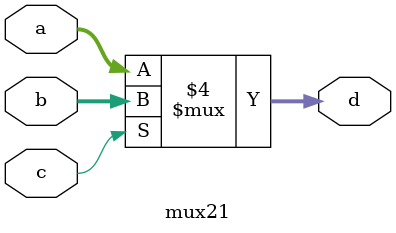
<source format=v>
module mux21(a,b,c,d);
input [31:0] a;
input [31:0] b;
input c;
output reg[31:0] d;



////////////////////
//a:input 1
//b:input 2
//c:signal
//d:output
///////////////////
always @(a or b or c or d) begin
	if(!c)begin
		d<=a;
	end
	else begin
		d<=b;
	end
	
end

endmodule

</source>
